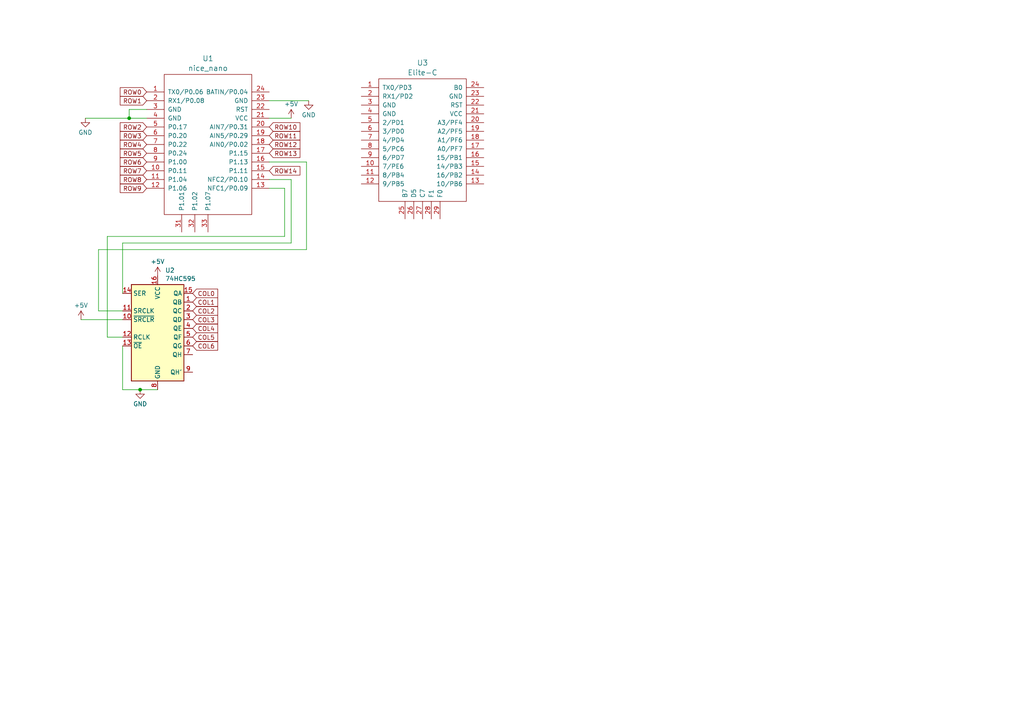
<source format=kicad_sch>
(kicad_sch (version 20230121) (generator eeschema)
  (paper "A4")
  (lib_symbols
    (symbol "74xx:74HC595"
      (property "Reference" "U" (at -7.62 13.97 0))
      (property "Value" "74HC595" (at -7.62 -16.51 0))
      (symbol "74HC595_1_0"
        (pin tri_state line (at 10.16 7.62 180) (length 2.54) (name "QB") (number "1"))
        (pin input line (at -10.16 2.54 0) (length 2.54) (name "~{SRCLR}") (number "10"))
        (pin input line (at -10.16 5.08 0) (length 2.54) (name "SRCLK") (number "11"))
        (pin input line (at -10.16 -2.54 0) (length 2.54) (name "RCLK") (number "12"))
        (pin input line (at -10.16 -5.08 0) (length 2.54) (name "~{OE}") (number "13"))
        (pin input line (at -10.16 10.16 0) (length 2.54) (name "SER") (number "14"))
        (pin tri_state line (at 10.16 10.16 180) (length 2.54) (name "QA") (number "15"))
        (pin power_in line (at 0 15.24 270) (length 2.54) (name "VCC") (number "16"))
        (pin tri_state line (at 10.16 5.08 180) (length 2.54) (name "QC") (number "2"))
        (pin tri_state line (at 10.16 2.54 180) (length 2.54) (name "QD") (number "3"))
        (pin tri_state line (at 10.16 0 180) (length 2.54) (name "QE") (number "4"))
        (pin tri_state line (at 10.16 -2.54 180) (length 2.54) (name "QF") (number "5"))
        (pin tri_state line (at 10.16 -5.08 180) (length 2.54) (name "QG") (number "6"))
        (pin tri_state line (at 10.16 -7.62 180) (length 2.54) (name "QH") (number "7"))
        (pin power_in line (at 0 -17.78 90) (length 2.54) (name "GND") (number "8"))
        (pin output line (at 10.16 -12.7 180) (length 2.54) (name "QH'") (number "9"))
      )
      (symbol "74HC595_1_1"
        (rectangle (start -7.62 12.7) (end 7.62 -15.24) (stroke (width 0.254)) (fill (type background)))
      )
    )
    (symbol "keebio:Elite-C" (pin_names (offset 1.016))
      (property "Reference" "U" (at 0 0 0))
      (property "Value" "Elite-C" (at 0 2.54 0))
      (symbol "Elite-C_0_1"
        (rectangle (start 12.7 -19.05) (end -12.7 16.51))
      )
      (symbol "Elite-C_1_1"
        (pin input line (at -17.78 13.97 0) (length 5.08) (name "TX0/PD3") (number "1"))
        (pin input line (at -17.78 -8.89 0) (length 5.08) (name "7/PE6") (number "10"))
        (pin input line (at -17.78 -11.43 0) (length 5.08) (name "8/PB4") (number "11"))
        (pin input line (at -17.78 -13.97 0) (length 5.08) (name "9/PB5") (number "12"))
        (pin input line (at 17.78 -13.97 180) (length 5.08) (name "10/PB6") (number "13"))
        (pin input line (at 17.78 -11.43 180) (length 5.08) (name "16/PB2") (number "14"))
        (pin input line (at 17.78 -8.89 180) (length 5.08) (name "14/PB3") (number "15"))
        (pin input line (at 17.78 -6.35 180) (length 5.08) (name "15/PB1") (number "16"))
        (pin input line (at 17.78 -3.81 180) (length 5.08) (name "A0/PF7") (number "17"))
        (pin input line (at 17.78 -1.27 180) (length 5.08) (name "A1/PF6") (number "18"))
        (pin input line (at 17.78 1.27 180) (length 5.08) (name "A2/PF5") (number "19"))
        (pin input line (at -17.78 11.43 0) (length 5.08) (name "RX1/PD2") (number "2"))
        (pin input line (at 17.78 3.81 180) (length 5.08) (name "A3/PF4") (number "20"))
        (pin input line (at 17.78 6.35 180) (length 5.08) (name "VCC") (number "21"))
        (pin input line (at 17.78 8.89 180) (length 5.08) (name "RST") (number "22"))
        (pin input line (at 17.78 11.43 180) (length 5.08) (name "GND") (number "23"))
        (pin input line (at 17.78 13.97 180) (length 5.08) (name "B0") (number "24"))
        (pin input line (at -5.08 -24.13 90) (length 5.08) (name "B7") (number "25"))
        (pin input line (at -2.54 -24.13 90) (length 5.08) (name "D5") (number "26"))
        (pin input line (at 0 -24.13 90) (length 5.08) (name "C7") (number "27"))
        (pin input line (at 2.54 -24.13 90) (length 5.08) (name "F1") (number "28"))
        (pin input line (at 5.08 -24.13 90) (length 5.08) (name "F0") (number "29"))
        (pin input line (at -17.78 8.89 0) (length 5.08) (name "GND") (number "3"))
        (pin input line (at -17.78 6.35 0) (length 5.08) (name "GND") (number "4"))
        (pin input line (at -17.78 3.81 0) (length 5.08) (name "2/PD1") (number "5"))
        (pin input line (at -17.78 1.27 0) (length 5.08) (name "3/PD0") (number "6"))
        (pin input line (at -17.78 -1.27 0) (length 5.08) (name "4/PD4") (number "7"))
        (pin input line (at -17.78 -3.81 0) (length 5.08) (name "5/PC6") (number "8"))
        (pin input line (at -17.78 -6.35 0) (length 5.08) (name "6/PD7") (number "9"))
      )
    )
    (symbol "nice_nano:nice_nano" (pin_names (offset 1.016))
      (property "Reference" "U" (at 0 0 0))
      (property "Value" "nice_nano" (at 0 2.54 0))
      (symbol "nice_nano_0_1"
        (rectangle (start -12.7 -21.59) (end 12.7 19.05))
      )
      (symbol "nice_nano_1_1"
        (pin input line (at -17.78 13.97 0) (length 5.08) (name "TX0/P0.06") (number "1"))
        (pin input line (at -17.78 -8.89 0) (length 5.08) (name "P0.11") (number "10"))
        (pin input line (at -17.78 -11.43 0) (length 5.08) (name "P1.04") (number "11"))
        (pin input line (at -17.78 -13.97 0) (length 5.08) (name "P1.06") (number "12"))
        (pin input line (at 17.78 -13.97 180) (length 5.08) (name "NFC1/P0.09") (number "13"))
        (pin input line (at 17.78 -11.43 180) (length 5.08) (name "NFC2/P0.10") (number "14"))
        (pin input line (at 17.78 -8.89 180) (length 5.08) (name "P1.11") (number "15"))
        (pin input line (at 17.78 -6.35 180) (length 5.08) (name "P1.13") (number "16"))
        (pin input line (at 17.78 -3.81 180) (length 5.08) (name "P1.15") (number "17"))
        (pin input line (at 17.78 -1.27 180) (length 5.08) (name "AIN0/P0.02") (number "18"))
        (pin input line (at 17.78 1.27 180) (length 5.08) (name "AIN5/P0.29") (number "19"))
        (pin input line (at -17.78 11.43 0) (length 5.08) (name "RX1/P0.08") (number "2"))
        (pin input line (at 17.78 3.81 180) (length 5.08) (name "AIN7/P0.31") (number "20"))
        (pin input line (at 17.78 6.35 180) (length 5.08) (name "VCC") (number "21"))
        (pin input line (at 17.78 8.89 180) (length 5.08) (name "RST") (number "22"))
        (pin input line (at 17.78 11.43 180) (length 5.08) (name "GND") (number "23"))
        (pin input line (at 17.78 13.97 180) (length 5.08) (name "BATIN/P0.04") (number "24"))
        (pin input line (at -17.78 8.89 0) (length 5.08) (name "GND") (number "3"))
        (pin input line (at -7.62 -26.67 90) (length 5.08) (name "P1.01") (number "31"))
        (pin input line (at -3.81 -26.67 90) (length 5.08) (name "P1.02") (number "32"))
        (pin input line (at 0 -26.67 90) (length 5.08) (name "P1.07") (number "33"))
        (pin input line (at -17.78 6.35 0) (length 5.08) (name "GND") (number "4"))
        (pin input line (at -17.78 3.81 0) (length 5.08) (name "P0.17") (number "5"))
        (pin input line (at -17.78 1.27 0) (length 5.08) (name "P0.20") (number "6"))
        (pin input line (at -17.78 -1.27 0) (length 5.08) (name "P0.22") (number "7"))
        (pin input line (at -17.78 -3.81 0) (length 5.08) (name "P0.24") (number "8"))
        (pin input line (at -17.78 -6.35 0) (length 5.08) (name "P1.00") (number "9"))
      )
    )
    (symbol "power:+5V" (power) (pin_names (offset 0))
      (property "Value" "+5V" (at 0 3.556 0))
      (symbol "+5V_0_1"
        (polyline (pts (xy -0.762 1.27) (xy 0 2.54)))
        (polyline (pts (xy 0 0) (xy 0 2.54)))
        (polyline (pts (xy 0 2.54) (xy 0.762 1.27)))
      )
      (symbol "+5V_1_1"
        (pin power_in line (at 0 0 90) (length 0) hide (name "+5V") (number "1"))
      )
    )
    (symbol "power:GND" (power) (pin_names (offset 0))
      (property "Value" "GND" (at 0 -3.81 0))
      (symbol "GND_0_1"
        (polyline (pts (xy 0 0) (xy 0 -1.27) (xy 1.27 -1.27) (xy 0 -2.54) (xy -1.27 -1.27) (xy 0 -1.27)))
      )
      (symbol "GND_1_1"
        (pin power_in line (at 0 0 270) (length 0) hide (name "GND") (number "1"))
      )
    )
  )
  (junction (at 40.64 113.03))
  (junction (at 37.465 34.29))
  (wire (pts (xy 35.56 113.03) (xy 40.64 113.03)))
  (wire (pts (xy 84.455 70.485) (xy 84.455 52.07)))
  (wire (pts (xy 35.56 70.485) (xy 84.455 70.485)))
  (wire (pts (xy 24.765 34.29) (xy 37.465 34.29)))
  (wire (pts (xy 78.105 34.29) (xy 84.455 34.29)))
  (wire (pts (xy 88.9 46.99) (xy 88.9 72.39)))
  (wire (pts (xy 28.575 72.39) (xy 28.575 90.17)))
  (wire (pts (xy 37.465 34.29) (xy 42.545 34.29)))
  (wire (pts (xy 78.105 46.99) (xy 88.9 46.99)))
  (wire (pts (xy 88.9 72.39) (xy 28.575 72.39)))
  (wire (pts (xy 42.545 31.75) (xy 37.465 31.75)))
  (wire (pts (xy 82.55 68.58) (xy 31.115 68.58)))
  (wire (pts (xy 40.64 113.03) (xy 45.72 113.03)))
  (wire (pts (xy 84.455 52.07) (xy 78.105 52.07)))
  (wire (pts (xy 78.105 29.21) (xy 89.535 29.21)))
  (wire (pts (xy 78.105 54.61) (xy 82.55 54.61)))
  (wire (pts (xy 82.55 54.61) (xy 82.55 68.58)))
  (wire (pts (xy 37.465 31.75) (xy 37.465 34.29)))
  (wire (pts (xy 23.495 92.71) (xy 35.56 92.71)))
  (wire (pts (xy 28.575 90.17) (xy 35.56 90.17)))
  (wire (pts (xy 35.56 85.09) (xy 35.56 70.485)))
  (wire (pts (xy 31.115 68.58) (xy 31.115 97.79)))
  (wire (pts (xy 31.115 97.79) (xy 35.56 97.79)))
  (wire (pts (xy 35.56 100.33) (xy 35.56 113.03)))
  (global_label "ROW14" (shape input) (at 78.105 49.53 0) (property "Intersheetrefs" "${INTERSHEET_REFS}" (effects hide)))
  (global_label "COL4" (shape input) (at 55.88 95.25 0) (property "Intersheetrefs" "${INTERSHEET_REFS}" (effects hide)))
  (global_label "ROW0" (shape input) (at 42.545 26.67 180) (property "Intersheetrefs" "${INTERSHEET_REFS}" (effects hide)))
  (global_label "COL2" (shape input) (at 55.88 90.17 0) (property "Intersheetrefs" "${INTERSHEET_REFS}" (effects hide)))
  (global_label "ROW13" (shape input) (at 78.105 44.45 0) (property "Intersheetrefs" "${INTERSHEET_REFS}" (effects hide)))
  (global_label "COL3" (shape input) (at 55.88 92.71 0) (property "Intersheetrefs" "${INTERSHEET_REFS}" (effects hide)))
  (global_label "COL1" (shape input) (at 55.88 87.63 0) (property "Intersheetrefs" "${INTERSHEET_REFS}" (effects hide)))
  (global_label "COL5" (shape input) (at 55.88 97.79 0) (property "Intersheetrefs" "${INTERSHEET_REFS}" (effects hide)))
  (global_label "ROW7" (shape input) (at 42.545 49.53 180) (property "Intersheetrefs" "${INTERSHEET_REFS}" (effects hide)))
  (global_label "ROW8" (shape input) (at 42.545 52.07 180) (property "Intersheetrefs" "${INTERSHEET_REFS}" (effects hide)))
  (global_label "ROW3" (shape input) (at 42.545 39.37 180) (property "Intersheetrefs" "${INTERSHEET_REFS}" (effects hide)))
  (global_label "ROW4" (shape input) (at 42.545 41.91 180) (property "Intersheetrefs" "${INTERSHEET_REFS}" (effects hide)))
  (global_label "ROW12" (shape input) (at 78.105 41.91 0) (property "Intersheetrefs" "${INTERSHEET_REFS}" (effects hide)))
  (global_label "COL0" (shape input) (at 55.88 85.09 0) (property "Intersheetrefs" "${INTERSHEET_REFS}" (effects hide)))
  (global_label "ROW2" (shape input) (at 42.545 36.83 180) (property "Intersheetrefs" "${INTERSHEET_REFS}" (effects hide)))
  (global_label "ROW5" (shape input) (at 42.545 44.45 180) (property "Intersheetrefs" "${INTERSHEET_REFS}" (effects hide)))
  (global_label "ROW1" (shape input) (at 42.545 29.21 180) (property "Intersheetrefs" "${INTERSHEET_REFS}" (effects hide)))
  (global_label "ROW10" (shape input) (at 78.105 36.83 0) (property "Intersheetrefs" "${INTERSHEET_REFS}" (effects hide)))
  (global_label "ROW6" (shape input) (at 42.545 46.99 180) (property "Intersheetrefs" "${INTERSHEET_REFS}" (effects hide)))
  (global_label "ROW11" (shape input) (at 78.105 39.37 0) (property "Intersheetrefs" "${INTERSHEET_REFS}" (effects hide)))
  (global_label "ROW9" (shape input) (at 42.545 54.61 180) (property "Intersheetrefs" "${INTERSHEET_REFS}" (effects hide)))
  (global_label "COL6" (shape input) (at 55.88 100.33 0) (property "Intersheetrefs" "${INTERSHEET_REFS}" (effects hide)))
  (symbol (lib_id "power:+5V") (at 84.455 34.29 0) (unit 1)
    (property "Reference" "#PWR01" (effects hide))
    (property "Value" "+5V" (at 84.455 30.1569 0))
  )
  (symbol (lib_id "power:+5V") (at 23.495 92.71 0) (unit 1)
    (property "Reference" "#PWR09" (effects hide))
    (property "Value" "+5V" (at 23.495 88.5769 0))
  )
  (symbol (lib_id "keebio:Elite-C") (at 122.555 39.37 0) (unit 1)
    (property "Reference" "U3" (at 122.555 18.2298 0) (effects (font (size 1.524 1.524))))
    (property "Value" "Elite-C" (at 122.555 21.0626 0) (effects (font (size 1.524 1.524))))
  )
  (symbol (lib_id "power:GND") (at 40.64 113.03 0) (unit 1)
    (property "Reference" "#PWR08" (effects hide))
    (property "Value" "GND" (at 40.64 117.1631 0))
  )
  (symbol (lib_id "nice_nano:nice_nano") (at 60.325 40.64 0) (unit 1)
    (property "Reference" "U1" (at 60.325 16.9598 0) (effects (font (size 1.524 1.524))))
    (property "Value" "nice_nano" (at 60.325 19.7926 0) (effects (font (size 1.524 1.524))))
  )
  (symbol (lib_id "74xx:74HC595") (at 45.72 95.25 0) (unit 1)
    (property "Reference" "U2" (at 47.9141 78.4057 0) (effects (justify left)))
    (property "Value" "74HC595" (at 47.9141 80.8299 0) (effects (justify left)))
    (property "Datasheet" "http://www.ti.com/lit/ds/symlink/sn74hc595.pdf" (effects hide))
  )
  (symbol (lib_id "power:GND") (at 89.535 29.21 0) (unit 1)
    (property "Reference" "#PWR011" (effects hide))
    (property "Value" "GND" (at 89.535 33.3431 0))
  )
  (symbol (lib_id "power:GND") (at 24.765 34.29 0) (unit 1)
    (property "Reference" "#PWR05" (effects hide))
    (property "Value" "GND" (at 24.765 38.4231 0))
  )
  (symbol (lib_id "power:+5V") (at 45.72 80.01 0) (unit 1)
    (property "Reference" "#PWR02" (effects hide))
    (property "Value" "+5V" (at 45.72 75.8769 0))
  )
)
</source>
